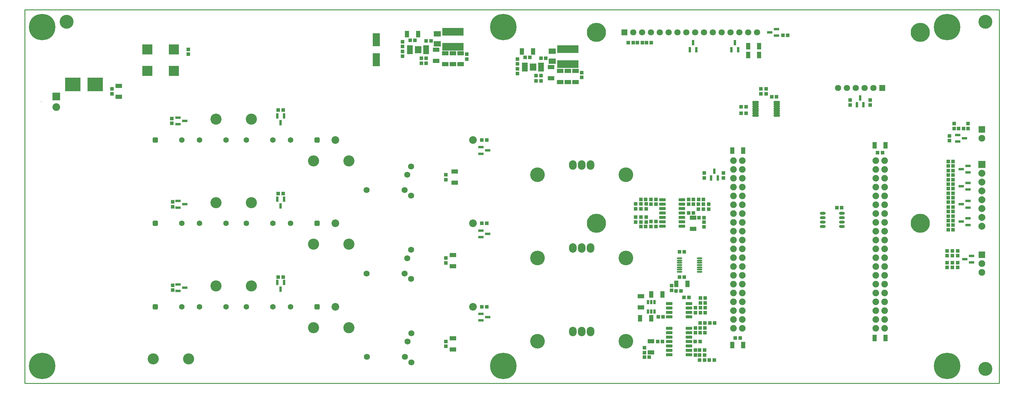
<source format=gts>
G04 Layer_Color=8388736*
%FSLAX43Y43*%
%MOMM*%
G71*
G01*
G75*
%ADD37C,0.254*%
%ADD79R,2.903X2.903*%
%ADD80O,1.550X0.500*%
%ADD81R,6.203X2.203*%
%ADD82R,0.803X1.203*%
%ADD83R,1.553X0.803*%
%ADD84O,1.653X0.853*%
%ADD85R,2.003X1.543*%
%ADD86R,1.003X1.103*%
G04:AMPARAMS|DCode=87|XSize=0.653mm|YSize=1.803mm|CornerRadius=0.151mm|HoleSize=0mm|Usage=FLASHONLY|Rotation=90.000|XOffset=0mm|YOffset=0mm|HoleType=Round|Shape=RoundedRectangle|*
%AMROUNDEDRECTD87*
21,1,0.653,1.501,0,0,90.0*
21,1,0.351,1.803,0,0,90.0*
1,1,0.302,0.750,0.175*
1,1,0.302,0.750,-0.175*
1,1,0.302,-0.750,-0.175*
1,1,0.302,-0.750,0.175*
%
%ADD87ROUNDEDRECTD87*%
%ADD88R,4.443X4.013*%
%ADD89R,2.003X3.753*%
%ADD90C,4.000*%
G04:AMPARAMS|DCode=91|XSize=0.853mm|YSize=1.853mm|CornerRadius=0.15mm|HoleSize=0mm|Usage=FLASHONLY|Rotation=270.000|XOffset=0mm|YOffset=0mm|HoleType=Round|Shape=RoundedRectangle|*
%AMROUNDEDRECTD91*
21,1,0.853,1.552,0,0,270.0*
21,1,0.552,1.853,0,0,270.0*
1,1,0.301,-0.776,-0.276*
1,1,0.301,-0.776,0.276*
1,1,0.301,0.776,0.276*
1,1,0.301,0.776,-0.276*
%
%ADD91ROUNDEDRECTD91*%
%ADD92R,1.903X1.203*%
%ADD93R,1.103X1.003*%
%ADD94R,1.203X1.903*%
G04:AMPARAMS|DCode=95|XSize=0.503mm|YSize=1.753mm|CornerRadius=0.151mm|HoleSize=0mm|Usage=FLASHONLY|Rotation=90.000|XOffset=0mm|YOffset=0mm|HoleType=Round|Shape=RoundedRectangle|*
%AMROUNDEDRECTD95*
21,1,0.503,1.451,0,0,90.0*
21,1,0.201,1.753,0,0,90.0*
1,1,0.302,0.726,0.101*
1,1,0.302,0.726,-0.101*
1,1,0.302,-0.726,-0.101*
1,1,0.302,-0.726,0.101*
%
%ADD95ROUNDEDRECTD95*%
G04:AMPARAMS|DCode=96|XSize=1.933mm|YSize=2.103mm|CornerRadius=0.153mm|HoleSize=0mm|Usage=FLASHONLY|Rotation=0.000|XOffset=0mm|YOffset=0mm|HoleType=Round|Shape=RoundedRectangle|*
%AMROUNDEDRECTD96*
21,1,1.933,1.796,0,0,0.0*
21,1,1.626,2.103,0,0,0.0*
1,1,0.307,0.813,-0.898*
1,1,0.307,-0.813,-0.898*
1,1,0.307,-0.813,0.898*
1,1,0.307,0.813,0.898*
%
%ADD96ROUNDEDRECTD96*%
%ADD97R,0.803X1.553*%
%ADD98O,2.203X2.703*%
%ADD99C,2.203*%
%ADD100C,3.203*%
%ADD101C,1.803*%
%ADD102R,1.803X1.803*%
%ADD103C,1.727*%
%ADD104C,7.603*%
%ADD105C,5.503*%
%ADD106C,1.903*%
%ADD107R,1.953X1.953*%
%ADD108C,1.953*%
%ADD109C,4.203*%
%ADD110R,2.203X2.203*%
%ADD111R,0.203X0.203*%
%ADD112R,2.003X2.003*%
%ADD113C,2.003*%
%ADD114C,1.603*%
G04:AMPARAMS|DCode=115|XSize=1.603mm|YSize=1.603mm|CornerRadius=0.452mm|HoleSize=0mm|Usage=FLASHONLY|Rotation=0.000|XOffset=0mm|YOffset=0mm|HoleType=Round|Shape=RoundedRectangle|*
%AMROUNDEDRECTD115*
21,1,1.603,0.700,0,0,0.0*
21,1,0.700,1.603,0,0,0.0*
1,1,0.903,0.350,-0.350*
1,1,0.903,-0.350,-0.350*
1,1,0.903,-0.350,0.350*
1,1,0.903,0.350,0.350*
%
%ADD115ROUNDEDRECTD115*%
%ADD116C,0.803*%
D37*
X0Y0D02*
Y107500D01*
X280000D01*
Y0D02*
Y107500D01*
X0Y0D02*
X280000D01*
D79*
X35190Y89890D02*
D03*
X42810D02*
D03*
Y96110D02*
D03*
X35190D02*
D03*
D80*
X188125Y35950D02*
D03*
Y35300D02*
D03*
Y34650D02*
D03*
Y34000D02*
D03*
Y33350D02*
D03*
Y32700D02*
D03*
Y32050D02*
D03*
X193875Y35950D02*
D03*
Y35300D02*
D03*
Y34650D02*
D03*
Y34000D02*
D03*
Y33350D02*
D03*
Y32700D02*
D03*
Y32050D02*
D03*
D81*
X123000Y96850D02*
D03*
Y101150D02*
D03*
X156000Y91850D02*
D03*
Y96150D02*
D03*
D82*
X179050Y20625D02*
D03*
X180000D02*
D03*
X180950D02*
D03*
Y23375D02*
D03*
X180000D02*
D03*
X179050D02*
D03*
D83*
X215975Y100050D02*
D03*
Y101950D02*
D03*
X214025Y101000D02*
D03*
X269975Y70500D02*
D03*
X268025Y69550D02*
D03*
Y71450D02*
D03*
X270025Y35700D02*
D03*
X271975Y36650D02*
D03*
Y34750D02*
D03*
X270975Y45550D02*
D03*
Y47450D02*
D03*
X269025Y46500D02*
D03*
X270975Y50550D02*
D03*
Y52450D02*
D03*
X269025Y51500D02*
D03*
X270975Y55750D02*
D03*
Y57650D02*
D03*
X269025Y56700D02*
D03*
X270975Y60650D02*
D03*
Y62550D02*
D03*
X269025Y61600D02*
D03*
X44025Y28450D02*
D03*
Y26550D02*
D03*
X45975Y27500D02*
D03*
X44025Y52450D02*
D03*
Y50550D02*
D03*
X45975Y51500D02*
D03*
X44025Y76450D02*
D03*
Y74550D02*
D03*
X45975Y75500D02*
D03*
X131025Y19950D02*
D03*
Y18050D02*
D03*
X132975Y19000D02*
D03*
X131025Y43950D02*
D03*
Y42050D02*
D03*
X132975Y43000D02*
D03*
X131025Y67950D02*
D03*
Y66050D02*
D03*
X132975Y67000D02*
D03*
D84*
X234725Y45095D02*
D03*
Y46365D02*
D03*
Y47635D02*
D03*
Y48905D02*
D03*
X229275Y45095D02*
D03*
Y46365D02*
D03*
Y47635D02*
D03*
Y48905D02*
D03*
D85*
X118500Y100530D02*
D03*
Y97670D02*
D03*
X151500Y95530D02*
D03*
Y92670D02*
D03*
D86*
X217800Y100100D02*
D03*
X219200D02*
D03*
X195100Y47600D02*
D03*
X193700D02*
D03*
X207200Y77700D02*
D03*
X205800D02*
D03*
X207200Y79600D02*
D03*
X205800D02*
D03*
X268300Y73300D02*
D03*
X269700D02*
D03*
X196800Y17300D02*
D03*
X198200D02*
D03*
X194100Y23100D02*
D03*
X195500D02*
D03*
X198100Y6700D02*
D03*
X196700D02*
D03*
X183200Y12000D02*
D03*
X181800D02*
D03*
X177000Y45100D02*
D03*
X178400D02*
D03*
X188100Y37800D02*
D03*
X189500D02*
D03*
X177000Y52900D02*
D03*
X178400D02*
D03*
X195000D02*
D03*
X193600D02*
D03*
X187100Y26600D02*
D03*
X188500D02*
D03*
X188100Y30500D02*
D03*
X189500D02*
D03*
X190700Y49000D02*
D03*
X192100D02*
D03*
X205530Y12970D02*
D03*
X204130D02*
D03*
X245030Y66370D02*
D03*
X246430D02*
D03*
X234700Y50500D02*
D03*
X233300D02*
D03*
X148300Y93500D02*
D03*
X149700D02*
D03*
X143700Y93800D02*
D03*
X145100D02*
D03*
X115300Y98500D02*
D03*
X116700D02*
D03*
X112100Y98700D02*
D03*
X110700D02*
D03*
X173400Y98000D02*
D03*
X174800D02*
D03*
X216000Y82400D02*
D03*
X214600D02*
D03*
X178000Y7500D02*
D03*
X179400D02*
D03*
X195400Y17300D02*
D03*
X194000D02*
D03*
Y15900D02*
D03*
X195400D02*
D03*
X194000Y14500D02*
D03*
X195400D02*
D03*
X194100Y21700D02*
D03*
X195500D02*
D03*
Y24500D02*
D03*
X194100D02*
D03*
Y20300D02*
D03*
X195500D02*
D03*
X179900Y45100D02*
D03*
X181300D02*
D03*
Y46500D02*
D03*
X179900D02*
D03*
X131300Y22000D02*
D03*
X132700D02*
D03*
X179900Y52900D02*
D03*
X181300D02*
D03*
Y51500D02*
D03*
X179900D02*
D03*
X131300Y46000D02*
D03*
X132700D02*
D03*
X192100Y52900D02*
D03*
X190700D02*
D03*
Y51500D02*
D03*
X192100D02*
D03*
X131300Y70000D02*
D03*
X132700D02*
D03*
X146900Y87000D02*
D03*
X148300D02*
D03*
Y88500D02*
D03*
X146900D02*
D03*
X113900Y92100D02*
D03*
X115300D02*
D03*
Y93500D02*
D03*
X113900D02*
D03*
X72800Y30500D02*
D03*
X74200D02*
D03*
X72800Y54600D02*
D03*
X74200D02*
D03*
X72800Y78600D02*
D03*
X74200D02*
D03*
X265300Y45500D02*
D03*
X266700D02*
D03*
X265300Y46800D02*
D03*
X266700D02*
D03*
X265300Y50700D02*
D03*
X266700D02*
D03*
X265300Y52100D02*
D03*
X266700D02*
D03*
X176000Y98000D02*
D03*
X177400D02*
D03*
X180000D02*
D03*
X178600D02*
D03*
X192600Y12000D02*
D03*
X194000D02*
D03*
X183400Y19100D02*
D03*
X182000D02*
D03*
X190800Y24700D02*
D03*
X189400D02*
D03*
X193900Y8100D02*
D03*
X195300D02*
D03*
Y6700D02*
D03*
X193900D02*
D03*
Y9500D02*
D03*
X195300D02*
D03*
X265300Y56000D02*
D03*
X266700D02*
D03*
X265300Y57300D02*
D03*
X266700D02*
D03*
X265300Y61200D02*
D03*
X266700D02*
D03*
X265300Y62500D02*
D03*
X266700D02*
D03*
Y63800D02*
D03*
X265300D02*
D03*
X266700Y59900D02*
D03*
X265300D02*
D03*
X266700Y58600D02*
D03*
X265300D02*
D03*
X266700Y54700D02*
D03*
X265300D02*
D03*
X266700Y53400D02*
D03*
X265300D02*
D03*
X266700Y49400D02*
D03*
X265300D02*
D03*
X266700Y48100D02*
D03*
X265300D02*
D03*
X266700Y44200D02*
D03*
X265300D02*
D03*
D87*
X216050Y77050D02*
D03*
Y77700D02*
D03*
Y78350D02*
D03*
Y79000D02*
D03*
Y79650D02*
D03*
Y80300D02*
D03*
Y80950D02*
D03*
X209950Y77050D02*
D03*
Y77700D02*
D03*
Y78350D02*
D03*
Y79000D02*
D03*
Y79650D02*
D03*
Y80300D02*
D03*
Y80950D02*
D03*
D88*
X20185Y86000D02*
D03*
X13815D02*
D03*
D89*
X101000Y93125D02*
D03*
Y98875D02*
D03*
D90*
X276000Y4100D02*
D03*
X12000Y104000D02*
D03*
X276000D02*
D03*
D91*
X183175Y52810D02*
D03*
Y51540D02*
D03*
Y50270D02*
D03*
Y49000D02*
D03*
Y47730D02*
D03*
Y46460D02*
D03*
Y45190D02*
D03*
X188825Y52810D02*
D03*
Y51540D02*
D03*
Y50270D02*
D03*
Y49000D02*
D03*
Y47730D02*
D03*
Y46460D02*
D03*
Y45190D02*
D03*
X190825Y19095D02*
D03*
Y20365D02*
D03*
Y21635D02*
D03*
Y22905D02*
D03*
X185175Y19095D02*
D03*
Y20365D02*
D03*
Y21635D02*
D03*
Y22905D02*
D03*
X190825Y8190D02*
D03*
Y9460D02*
D03*
Y10730D02*
D03*
Y12000D02*
D03*
Y13270D02*
D03*
Y14540D02*
D03*
Y15810D02*
D03*
X185175Y8190D02*
D03*
Y9460D02*
D03*
Y10730D02*
D03*
Y12000D02*
D03*
Y13270D02*
D03*
Y14540D02*
D03*
Y15810D02*
D03*
D92*
X125200Y91800D02*
D03*
Y95000D02*
D03*
X179900Y12100D02*
D03*
Y8900D02*
D03*
X123000Y9700D02*
D03*
Y12900D02*
D03*
Y33700D02*
D03*
Y36900D02*
D03*
X123500Y57700D02*
D03*
Y60900D02*
D03*
X192000Y44400D02*
D03*
Y47600D02*
D03*
X27000Y82400D02*
D03*
Y85600D02*
D03*
X153800Y86700D02*
D03*
Y89900D02*
D03*
X156000Y86700D02*
D03*
Y89900D02*
D03*
X158200Y86700D02*
D03*
Y89900D02*
D03*
X120800Y91800D02*
D03*
Y95000D02*
D03*
X123000Y91800D02*
D03*
Y95000D02*
D03*
X151200Y87800D02*
D03*
Y91000D02*
D03*
X118200Y92800D02*
D03*
Y96000D02*
D03*
X177000Y21800D02*
D03*
Y25000D02*
D03*
D93*
X268000Y34700D02*
D03*
Y33300D02*
D03*
X213000Y83300D02*
D03*
Y84700D02*
D03*
X211500Y83300D02*
D03*
Y84700D02*
D03*
X265700Y69800D02*
D03*
Y71200D02*
D03*
X265000Y33300D02*
D03*
Y34700D02*
D03*
Y36700D02*
D03*
Y38100D02*
D03*
X266500Y34700D02*
D03*
Y33300D02*
D03*
Y36700D02*
D03*
Y38100D02*
D03*
X267000Y74700D02*
D03*
Y73300D02*
D03*
X271000Y74700D02*
D03*
Y73300D02*
D03*
X192700Y15900D02*
D03*
Y14500D02*
D03*
Y21700D02*
D03*
Y20300D02*
D03*
Y8100D02*
D03*
Y9500D02*
D03*
X178000Y8800D02*
D03*
Y10200D02*
D03*
X178500Y47800D02*
D03*
Y46400D02*
D03*
X121000Y12000D02*
D03*
Y10600D02*
D03*
X178500Y50200D02*
D03*
Y51600D02*
D03*
X121000Y36000D02*
D03*
Y34600D02*
D03*
X193500Y50100D02*
D03*
Y51500D02*
D03*
X121000Y60000D02*
D03*
Y58600D02*
D03*
X195100Y46400D02*
D03*
Y45000D02*
D03*
X195230Y59070D02*
D03*
Y60470D02*
D03*
X200730Y59070D02*
D03*
Y60470D02*
D03*
X25000Y84700D02*
D03*
Y83300D02*
D03*
X47000Y96100D02*
D03*
Y94700D02*
D03*
X160000Y89400D02*
D03*
Y88000D02*
D03*
X141500Y90500D02*
D03*
Y89100D02*
D03*
X127000Y93300D02*
D03*
Y94700D02*
D03*
X108500Y94100D02*
D03*
Y95500D02*
D03*
X185800Y26700D02*
D03*
Y28100D02*
D03*
X175500Y46400D02*
D03*
Y47800D02*
D03*
X177000D02*
D03*
Y46400D02*
D03*
X175500Y51600D02*
D03*
Y50200D02*
D03*
X177000D02*
D03*
Y51600D02*
D03*
X196500Y51500D02*
D03*
Y50100D02*
D03*
X195000D02*
D03*
Y51500D02*
D03*
X141500Y91900D02*
D03*
Y93300D02*
D03*
X108500Y96900D02*
D03*
Y98300D02*
D03*
X42500Y26800D02*
D03*
Y28200D02*
D03*
X242900Y80100D02*
D03*
Y81500D02*
D03*
X42500Y50800D02*
D03*
Y52200D02*
D03*
X237100Y80100D02*
D03*
Y81500D02*
D03*
X42200Y74800D02*
D03*
Y76200D02*
D03*
X268000Y36700D02*
D03*
Y38100D02*
D03*
D94*
X207800Y97000D02*
D03*
X211000D02*
D03*
X190400Y28600D02*
D03*
X187200D02*
D03*
X203230Y10970D02*
D03*
X206430D02*
D03*
X247330Y68470D02*
D03*
X244130D02*
D03*
Y12970D02*
D03*
X247330D02*
D03*
X206430Y66970D02*
D03*
X203230D02*
D03*
X146000Y95500D02*
D03*
X142800D02*
D03*
X113000Y100500D02*
D03*
X109800D02*
D03*
X207800Y94500D02*
D03*
X211000D02*
D03*
X183200Y25500D02*
D03*
X180000D02*
D03*
X176800Y18700D02*
D03*
X180000D02*
D03*
D95*
X115325Y95000D02*
D03*
Y95500D02*
D03*
Y96000D02*
D03*
Y96500D02*
D03*
X110675Y95000D02*
D03*
Y95500D02*
D03*
Y96000D02*
D03*
Y96500D02*
D03*
Y97000D02*
D03*
X115325D02*
D03*
X148325Y92000D02*
D03*
X143675D02*
D03*
Y91500D02*
D03*
Y91000D02*
D03*
Y90500D02*
D03*
Y90000D02*
D03*
X148325Y91500D02*
D03*
Y91000D02*
D03*
Y90500D02*
D03*
Y90000D02*
D03*
D96*
X113000Y96000D02*
D03*
X146000Y91000D02*
D03*
D97*
X239050Y80125D02*
D03*
X240950D02*
D03*
X240000Y82075D02*
D03*
X191050Y96025D02*
D03*
X192950D02*
D03*
X192000Y97975D02*
D03*
X203050Y96025D02*
D03*
X204950D02*
D03*
X204000Y97975D02*
D03*
X74450Y28975D02*
D03*
X72550D02*
D03*
X73500Y27025D02*
D03*
X74450Y52975D02*
D03*
X72550D02*
D03*
X73500Y51025D02*
D03*
X74450Y76975D02*
D03*
X72550D02*
D03*
X73500Y75025D02*
D03*
X197180Y59095D02*
D03*
X199080D02*
D03*
X198130Y61045D02*
D03*
D98*
X162550Y62800D02*
D03*
X160000D02*
D03*
X157450D02*
D03*
X162550Y14900D02*
D03*
X160000D02*
D03*
X157450D02*
D03*
X162550Y38900D02*
D03*
X160000D02*
D03*
X157450D02*
D03*
D99*
X128750Y70000D02*
D03*
X89250D02*
D03*
X9000Y79500D02*
D03*
X128750Y22000D02*
D03*
X89250D02*
D03*
X128750Y46000D02*
D03*
X89250D02*
D03*
D100*
X93080Y16000D02*
D03*
X82920D02*
D03*
X36920Y7000D02*
D03*
X47080D02*
D03*
X54920Y76000D02*
D03*
X65080D02*
D03*
X54920Y52000D02*
D03*
X65080D02*
D03*
X54920Y28000D02*
D03*
X65080D02*
D03*
X82920Y64000D02*
D03*
X93080D02*
D03*
X82920Y40000D02*
D03*
X93080D02*
D03*
D101*
X236190Y85000D02*
D03*
X241270D02*
D03*
X243810D02*
D03*
X238730D02*
D03*
X233650D02*
D03*
X210350Y101000D02*
D03*
X205270D02*
D03*
X200190D02*
D03*
X197650D02*
D03*
X192570D02*
D03*
X187490D02*
D03*
X182410D02*
D03*
X177330D02*
D03*
X174790D02*
D03*
X179870D02*
D03*
X184950D02*
D03*
X190030D02*
D03*
X195110D02*
D03*
X202730D02*
D03*
X207810D02*
D03*
D102*
X246350Y85000D02*
D03*
X172250Y101000D02*
D03*
D103*
X111000Y54000D02*
D03*
X109880Y59970D02*
D03*
X98200Y55570D02*
D03*
X109120D02*
D03*
X111000Y62380D02*
D03*
X111100Y6000D02*
D03*
X109980Y11970D02*
D03*
X98300Y7570D02*
D03*
X109220D02*
D03*
X111100Y14380D02*
D03*
X111000Y38380D02*
D03*
X109120Y31570D02*
D03*
X98200D02*
D03*
X109880Y35970D02*
D03*
X111000Y30000D02*
D03*
D104*
X5000Y102500D02*
D03*
Y5000D02*
D03*
X137500Y5000D02*
D03*
X265000Y5000D02*
D03*
Y102500D02*
D03*
X137500D02*
D03*
D105*
X164250Y101000D02*
D03*
Y46000D02*
D03*
X257270D02*
D03*
X257250Y101000D02*
D03*
D106*
X244460Y64100D02*
D03*
Y61560D02*
D03*
Y59020D02*
D03*
Y56480D02*
D03*
Y53940D02*
D03*
Y51400D02*
D03*
Y48860D02*
D03*
Y46320D02*
D03*
Y43780D02*
D03*
Y41240D02*
D03*
Y38700D02*
D03*
Y36160D02*
D03*
Y33620D02*
D03*
Y31080D02*
D03*
Y28540D02*
D03*
Y26000D02*
D03*
Y23460D02*
D03*
Y20920D02*
D03*
Y18380D02*
D03*
Y15840D02*
D03*
X247000Y64100D02*
D03*
Y61560D02*
D03*
Y59020D02*
D03*
Y56480D02*
D03*
Y53940D02*
D03*
Y51400D02*
D03*
Y48860D02*
D03*
Y46320D02*
D03*
Y43780D02*
D03*
Y41240D02*
D03*
Y38700D02*
D03*
Y36160D02*
D03*
Y33620D02*
D03*
Y31080D02*
D03*
Y28540D02*
D03*
Y26000D02*
D03*
Y23460D02*
D03*
Y20920D02*
D03*
Y18380D02*
D03*
Y15840D02*
D03*
X206100D02*
D03*
Y18380D02*
D03*
Y20920D02*
D03*
Y23460D02*
D03*
Y26000D02*
D03*
Y28540D02*
D03*
Y31080D02*
D03*
Y33620D02*
D03*
Y36160D02*
D03*
Y38700D02*
D03*
Y41240D02*
D03*
Y43780D02*
D03*
Y46320D02*
D03*
Y48860D02*
D03*
Y51400D02*
D03*
Y53940D02*
D03*
Y56480D02*
D03*
Y59020D02*
D03*
Y61560D02*
D03*
Y64100D02*
D03*
X203560Y15840D02*
D03*
Y18380D02*
D03*
Y20920D02*
D03*
Y23460D02*
D03*
Y26000D02*
D03*
Y28540D02*
D03*
Y31080D02*
D03*
Y33620D02*
D03*
Y36160D02*
D03*
Y38700D02*
D03*
Y41240D02*
D03*
Y43780D02*
D03*
Y46320D02*
D03*
Y48860D02*
D03*
Y51400D02*
D03*
Y53940D02*
D03*
Y56480D02*
D03*
Y59020D02*
D03*
Y61560D02*
D03*
Y64100D02*
D03*
D107*
X275000Y37000D02*
D03*
Y73000D02*
D03*
D108*
Y34460D02*
D03*
Y31920D02*
D03*
Y70460D02*
D03*
D109*
X172700Y12100D02*
D03*
X147300D02*
D03*
X172700Y60000D02*
D03*
X147300D02*
D03*
X172700Y36000D02*
D03*
X147300D02*
D03*
D110*
X9000Y82500D02*
D03*
D111*
X4680Y81000D02*
D03*
D112*
X275000Y63000D02*
D03*
D113*
Y60460D02*
D03*
Y57920D02*
D03*
Y55380D02*
D03*
Y52840D02*
D03*
Y50300D02*
D03*
Y47760D02*
D03*
Y45220D02*
D03*
D114*
X57820Y70000D02*
D03*
X50200D02*
D03*
X45120D02*
D03*
X76380Y22000D02*
D03*
X71300D02*
D03*
X63680D02*
D03*
X57820Y22000D02*
D03*
X50200D02*
D03*
X45120D02*
D03*
X76380Y46000D02*
D03*
X71300D02*
D03*
X63680D02*
D03*
X57820Y46000D02*
D03*
X50200D02*
D03*
X45120D02*
D03*
X76380Y70000D02*
D03*
X71300D02*
D03*
X63680D02*
D03*
D115*
X37500Y70000D02*
D03*
X84000Y22000D02*
D03*
X37500Y22000D02*
D03*
X84000Y46000D02*
D03*
X37500Y46000D02*
D03*
X84000Y70000D02*
D03*
D116*
X112500Y96500D02*
D03*
X113500D02*
D03*
X112500Y95500D02*
D03*
X113500D02*
D03*
X146500Y90500D02*
D03*
X145500D02*
D03*
X146500Y91500D02*
D03*
X145500D02*
D03*
M02*

</source>
